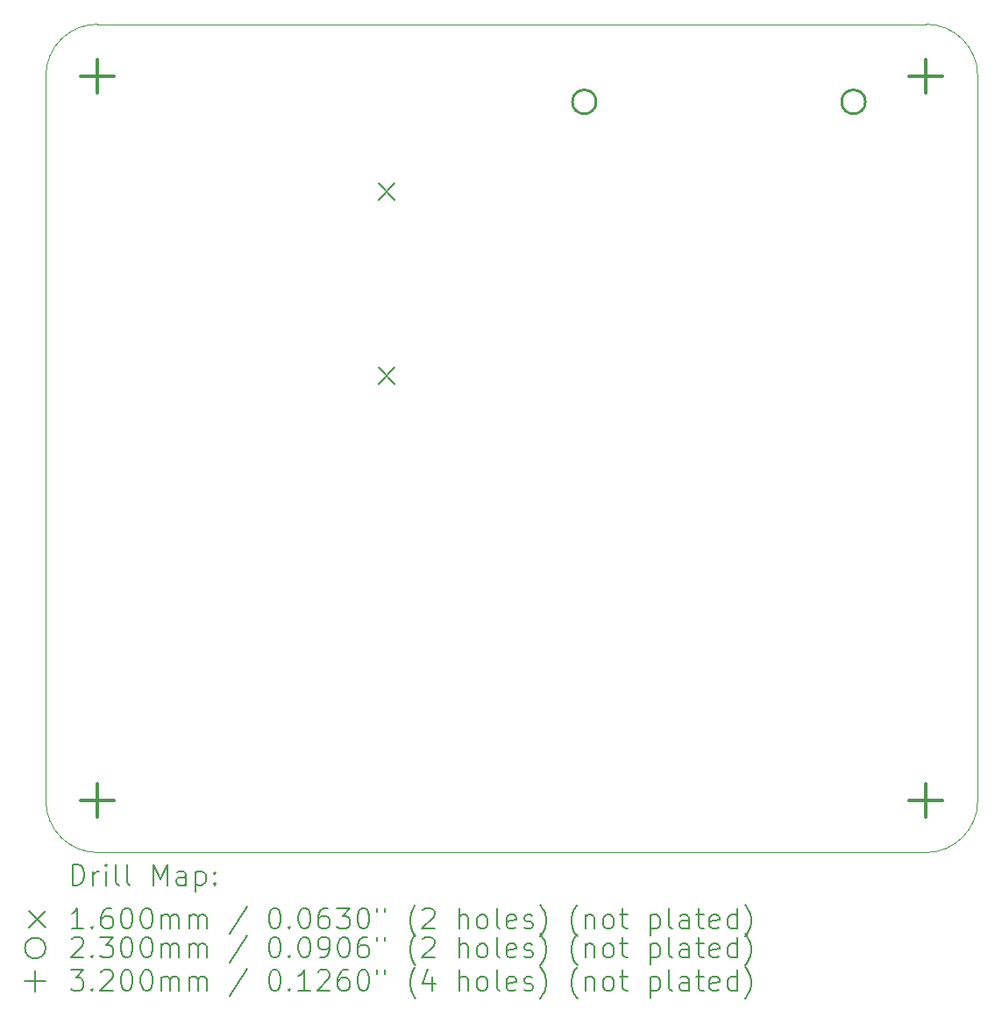
<source format=gbr>
%TF.GenerationSoftware,KiCad,Pcbnew,8.0.3*%
%TF.CreationDate,2024-11-10T15:02:50+09:00*%
%TF.ProjectId,PWM_isolation,50574d5f-6973-46f6-9c61-74696f6e2e6b,rev?*%
%TF.SameCoordinates,Original*%
%TF.FileFunction,Drillmap*%
%TF.FilePolarity,Positive*%
%FSLAX45Y45*%
G04 Gerber Fmt 4.5, Leading zero omitted, Abs format (unit mm)*
G04 Created by KiCad (PCBNEW 8.0.3) date 2024-11-10 15:02:50*
%MOMM*%
%LPD*%
G01*
G04 APERTURE LIST*
%ADD10C,0.050000*%
%ADD11C,0.200000*%
%ADD12C,0.160000*%
%ADD13C,0.230000*%
%ADD14C,0.320000*%
G04 APERTURE END LIST*
D10*
X18500000Y-5000000D02*
G75*
G02*
X19000000Y-5500000I0J-500000D01*
G01*
X10000000Y-5500000D02*
G75*
G02*
X10500000Y-5000000I500000J0D01*
G01*
X18500000Y-5000000D02*
X10500000Y-5000000D01*
X19000000Y-12500000D02*
G75*
G02*
X18500000Y-13000000I-500000J0D01*
G01*
X10000000Y-5500000D02*
X10000000Y-12500000D01*
X10500000Y-13000000D02*
G75*
G02*
X10000000Y-12500000I0J500000D01*
G01*
X19000000Y-12500000D02*
X19000000Y-5500000D01*
X10500000Y-13000000D02*
X18500000Y-13000000D01*
D11*
D12*
X13210700Y-6538000D02*
X13370700Y-6698000D01*
X13370700Y-6538000D02*
X13210700Y-6698000D01*
X13210700Y-8318000D02*
X13370700Y-8478000D01*
X13370700Y-8318000D02*
X13210700Y-8478000D01*
D13*
X15315000Y-5750000D02*
G75*
G02*
X15085000Y-5750000I-115000J0D01*
G01*
X15085000Y-5750000D02*
G75*
G02*
X15315000Y-5750000I115000J0D01*
G01*
X17915000Y-5750000D02*
G75*
G02*
X17685000Y-5750000I-115000J0D01*
G01*
X17685000Y-5750000D02*
G75*
G02*
X17915000Y-5750000I115000J0D01*
G01*
D14*
X10500000Y-5340000D02*
X10500000Y-5660000D01*
X10340000Y-5500000D02*
X10660000Y-5500000D01*
X10500000Y-12340000D02*
X10500000Y-12660000D01*
X10340000Y-12500000D02*
X10660000Y-12500000D01*
X18500000Y-5340000D02*
X18500000Y-5660000D01*
X18340000Y-5500000D02*
X18660000Y-5500000D01*
X18500000Y-12340000D02*
X18500000Y-12660000D01*
X18340000Y-12500000D02*
X18660000Y-12500000D01*
D11*
X10258277Y-13313984D02*
X10258277Y-13113984D01*
X10258277Y-13113984D02*
X10305896Y-13113984D01*
X10305896Y-13113984D02*
X10334467Y-13123508D01*
X10334467Y-13123508D02*
X10353515Y-13142555D01*
X10353515Y-13142555D02*
X10363039Y-13161603D01*
X10363039Y-13161603D02*
X10372563Y-13199698D01*
X10372563Y-13199698D02*
X10372563Y-13228269D01*
X10372563Y-13228269D02*
X10363039Y-13266365D01*
X10363039Y-13266365D02*
X10353515Y-13285412D01*
X10353515Y-13285412D02*
X10334467Y-13304460D01*
X10334467Y-13304460D02*
X10305896Y-13313984D01*
X10305896Y-13313984D02*
X10258277Y-13313984D01*
X10458277Y-13313984D02*
X10458277Y-13180650D01*
X10458277Y-13218746D02*
X10467801Y-13199698D01*
X10467801Y-13199698D02*
X10477324Y-13190174D01*
X10477324Y-13190174D02*
X10496372Y-13180650D01*
X10496372Y-13180650D02*
X10515420Y-13180650D01*
X10582086Y-13313984D02*
X10582086Y-13180650D01*
X10582086Y-13113984D02*
X10572563Y-13123508D01*
X10572563Y-13123508D02*
X10582086Y-13133031D01*
X10582086Y-13133031D02*
X10591610Y-13123508D01*
X10591610Y-13123508D02*
X10582086Y-13113984D01*
X10582086Y-13113984D02*
X10582086Y-13133031D01*
X10705896Y-13313984D02*
X10686848Y-13304460D01*
X10686848Y-13304460D02*
X10677324Y-13285412D01*
X10677324Y-13285412D02*
X10677324Y-13113984D01*
X10810658Y-13313984D02*
X10791610Y-13304460D01*
X10791610Y-13304460D02*
X10782086Y-13285412D01*
X10782086Y-13285412D02*
X10782086Y-13113984D01*
X11039229Y-13313984D02*
X11039229Y-13113984D01*
X11039229Y-13113984D02*
X11105896Y-13256841D01*
X11105896Y-13256841D02*
X11172563Y-13113984D01*
X11172563Y-13113984D02*
X11172563Y-13313984D01*
X11353515Y-13313984D02*
X11353515Y-13209222D01*
X11353515Y-13209222D02*
X11343991Y-13190174D01*
X11343991Y-13190174D02*
X11324943Y-13180650D01*
X11324943Y-13180650D02*
X11286848Y-13180650D01*
X11286848Y-13180650D02*
X11267801Y-13190174D01*
X11353515Y-13304460D02*
X11334467Y-13313984D01*
X11334467Y-13313984D02*
X11286848Y-13313984D01*
X11286848Y-13313984D02*
X11267801Y-13304460D01*
X11267801Y-13304460D02*
X11258277Y-13285412D01*
X11258277Y-13285412D02*
X11258277Y-13266365D01*
X11258277Y-13266365D02*
X11267801Y-13247317D01*
X11267801Y-13247317D02*
X11286848Y-13237793D01*
X11286848Y-13237793D02*
X11334467Y-13237793D01*
X11334467Y-13237793D02*
X11353515Y-13228269D01*
X11448753Y-13180650D02*
X11448753Y-13380650D01*
X11448753Y-13190174D02*
X11467801Y-13180650D01*
X11467801Y-13180650D02*
X11505896Y-13180650D01*
X11505896Y-13180650D02*
X11524943Y-13190174D01*
X11524943Y-13190174D02*
X11534467Y-13199698D01*
X11534467Y-13199698D02*
X11543991Y-13218746D01*
X11543991Y-13218746D02*
X11543991Y-13275888D01*
X11543991Y-13275888D02*
X11534467Y-13294936D01*
X11534467Y-13294936D02*
X11524943Y-13304460D01*
X11524943Y-13304460D02*
X11505896Y-13313984D01*
X11505896Y-13313984D02*
X11467801Y-13313984D01*
X11467801Y-13313984D02*
X11448753Y-13304460D01*
X11629705Y-13294936D02*
X11639229Y-13304460D01*
X11639229Y-13304460D02*
X11629705Y-13313984D01*
X11629705Y-13313984D02*
X11620182Y-13304460D01*
X11620182Y-13304460D02*
X11629705Y-13294936D01*
X11629705Y-13294936D02*
X11629705Y-13313984D01*
X11629705Y-13190174D02*
X11639229Y-13199698D01*
X11639229Y-13199698D02*
X11629705Y-13209222D01*
X11629705Y-13209222D02*
X11620182Y-13199698D01*
X11620182Y-13199698D02*
X11629705Y-13190174D01*
X11629705Y-13190174D02*
X11629705Y-13209222D01*
D12*
X9837500Y-13562500D02*
X9997500Y-13722500D01*
X9997500Y-13562500D02*
X9837500Y-13722500D01*
D11*
X10363039Y-13733984D02*
X10248753Y-13733984D01*
X10305896Y-13733984D02*
X10305896Y-13533984D01*
X10305896Y-13533984D02*
X10286848Y-13562555D01*
X10286848Y-13562555D02*
X10267801Y-13581603D01*
X10267801Y-13581603D02*
X10248753Y-13591127D01*
X10448753Y-13714936D02*
X10458277Y-13724460D01*
X10458277Y-13724460D02*
X10448753Y-13733984D01*
X10448753Y-13733984D02*
X10439229Y-13724460D01*
X10439229Y-13724460D02*
X10448753Y-13714936D01*
X10448753Y-13714936D02*
X10448753Y-13733984D01*
X10629705Y-13533984D02*
X10591610Y-13533984D01*
X10591610Y-13533984D02*
X10572563Y-13543508D01*
X10572563Y-13543508D02*
X10563039Y-13553031D01*
X10563039Y-13553031D02*
X10543991Y-13581603D01*
X10543991Y-13581603D02*
X10534467Y-13619698D01*
X10534467Y-13619698D02*
X10534467Y-13695888D01*
X10534467Y-13695888D02*
X10543991Y-13714936D01*
X10543991Y-13714936D02*
X10553515Y-13724460D01*
X10553515Y-13724460D02*
X10572563Y-13733984D01*
X10572563Y-13733984D02*
X10610658Y-13733984D01*
X10610658Y-13733984D02*
X10629705Y-13724460D01*
X10629705Y-13724460D02*
X10639229Y-13714936D01*
X10639229Y-13714936D02*
X10648753Y-13695888D01*
X10648753Y-13695888D02*
X10648753Y-13648269D01*
X10648753Y-13648269D02*
X10639229Y-13629222D01*
X10639229Y-13629222D02*
X10629705Y-13619698D01*
X10629705Y-13619698D02*
X10610658Y-13610174D01*
X10610658Y-13610174D02*
X10572563Y-13610174D01*
X10572563Y-13610174D02*
X10553515Y-13619698D01*
X10553515Y-13619698D02*
X10543991Y-13629222D01*
X10543991Y-13629222D02*
X10534467Y-13648269D01*
X10772563Y-13533984D02*
X10791610Y-13533984D01*
X10791610Y-13533984D02*
X10810658Y-13543508D01*
X10810658Y-13543508D02*
X10820182Y-13553031D01*
X10820182Y-13553031D02*
X10829705Y-13572079D01*
X10829705Y-13572079D02*
X10839229Y-13610174D01*
X10839229Y-13610174D02*
X10839229Y-13657793D01*
X10839229Y-13657793D02*
X10829705Y-13695888D01*
X10829705Y-13695888D02*
X10820182Y-13714936D01*
X10820182Y-13714936D02*
X10810658Y-13724460D01*
X10810658Y-13724460D02*
X10791610Y-13733984D01*
X10791610Y-13733984D02*
X10772563Y-13733984D01*
X10772563Y-13733984D02*
X10753515Y-13724460D01*
X10753515Y-13724460D02*
X10743991Y-13714936D01*
X10743991Y-13714936D02*
X10734467Y-13695888D01*
X10734467Y-13695888D02*
X10724944Y-13657793D01*
X10724944Y-13657793D02*
X10724944Y-13610174D01*
X10724944Y-13610174D02*
X10734467Y-13572079D01*
X10734467Y-13572079D02*
X10743991Y-13553031D01*
X10743991Y-13553031D02*
X10753515Y-13543508D01*
X10753515Y-13543508D02*
X10772563Y-13533984D01*
X10963039Y-13533984D02*
X10982086Y-13533984D01*
X10982086Y-13533984D02*
X11001134Y-13543508D01*
X11001134Y-13543508D02*
X11010658Y-13553031D01*
X11010658Y-13553031D02*
X11020182Y-13572079D01*
X11020182Y-13572079D02*
X11029705Y-13610174D01*
X11029705Y-13610174D02*
X11029705Y-13657793D01*
X11029705Y-13657793D02*
X11020182Y-13695888D01*
X11020182Y-13695888D02*
X11010658Y-13714936D01*
X11010658Y-13714936D02*
X11001134Y-13724460D01*
X11001134Y-13724460D02*
X10982086Y-13733984D01*
X10982086Y-13733984D02*
X10963039Y-13733984D01*
X10963039Y-13733984D02*
X10943991Y-13724460D01*
X10943991Y-13724460D02*
X10934467Y-13714936D01*
X10934467Y-13714936D02*
X10924944Y-13695888D01*
X10924944Y-13695888D02*
X10915420Y-13657793D01*
X10915420Y-13657793D02*
X10915420Y-13610174D01*
X10915420Y-13610174D02*
X10924944Y-13572079D01*
X10924944Y-13572079D02*
X10934467Y-13553031D01*
X10934467Y-13553031D02*
X10943991Y-13543508D01*
X10943991Y-13543508D02*
X10963039Y-13533984D01*
X11115420Y-13733984D02*
X11115420Y-13600650D01*
X11115420Y-13619698D02*
X11124944Y-13610174D01*
X11124944Y-13610174D02*
X11143991Y-13600650D01*
X11143991Y-13600650D02*
X11172563Y-13600650D01*
X11172563Y-13600650D02*
X11191610Y-13610174D01*
X11191610Y-13610174D02*
X11201134Y-13629222D01*
X11201134Y-13629222D02*
X11201134Y-13733984D01*
X11201134Y-13629222D02*
X11210658Y-13610174D01*
X11210658Y-13610174D02*
X11229705Y-13600650D01*
X11229705Y-13600650D02*
X11258277Y-13600650D01*
X11258277Y-13600650D02*
X11277324Y-13610174D01*
X11277324Y-13610174D02*
X11286848Y-13629222D01*
X11286848Y-13629222D02*
X11286848Y-13733984D01*
X11382086Y-13733984D02*
X11382086Y-13600650D01*
X11382086Y-13619698D02*
X11391610Y-13610174D01*
X11391610Y-13610174D02*
X11410658Y-13600650D01*
X11410658Y-13600650D02*
X11439229Y-13600650D01*
X11439229Y-13600650D02*
X11458277Y-13610174D01*
X11458277Y-13610174D02*
X11467801Y-13629222D01*
X11467801Y-13629222D02*
X11467801Y-13733984D01*
X11467801Y-13629222D02*
X11477324Y-13610174D01*
X11477324Y-13610174D02*
X11496372Y-13600650D01*
X11496372Y-13600650D02*
X11524943Y-13600650D01*
X11524943Y-13600650D02*
X11543991Y-13610174D01*
X11543991Y-13610174D02*
X11553515Y-13629222D01*
X11553515Y-13629222D02*
X11553515Y-13733984D01*
X11943991Y-13524460D02*
X11772563Y-13781603D01*
X12201134Y-13533984D02*
X12220182Y-13533984D01*
X12220182Y-13533984D02*
X12239229Y-13543508D01*
X12239229Y-13543508D02*
X12248753Y-13553031D01*
X12248753Y-13553031D02*
X12258277Y-13572079D01*
X12258277Y-13572079D02*
X12267801Y-13610174D01*
X12267801Y-13610174D02*
X12267801Y-13657793D01*
X12267801Y-13657793D02*
X12258277Y-13695888D01*
X12258277Y-13695888D02*
X12248753Y-13714936D01*
X12248753Y-13714936D02*
X12239229Y-13724460D01*
X12239229Y-13724460D02*
X12220182Y-13733984D01*
X12220182Y-13733984D02*
X12201134Y-13733984D01*
X12201134Y-13733984D02*
X12182086Y-13724460D01*
X12182086Y-13724460D02*
X12172563Y-13714936D01*
X12172563Y-13714936D02*
X12163039Y-13695888D01*
X12163039Y-13695888D02*
X12153515Y-13657793D01*
X12153515Y-13657793D02*
X12153515Y-13610174D01*
X12153515Y-13610174D02*
X12163039Y-13572079D01*
X12163039Y-13572079D02*
X12172563Y-13553031D01*
X12172563Y-13553031D02*
X12182086Y-13543508D01*
X12182086Y-13543508D02*
X12201134Y-13533984D01*
X12353515Y-13714936D02*
X12363039Y-13724460D01*
X12363039Y-13724460D02*
X12353515Y-13733984D01*
X12353515Y-13733984D02*
X12343991Y-13724460D01*
X12343991Y-13724460D02*
X12353515Y-13714936D01*
X12353515Y-13714936D02*
X12353515Y-13733984D01*
X12486848Y-13533984D02*
X12505896Y-13533984D01*
X12505896Y-13533984D02*
X12524944Y-13543508D01*
X12524944Y-13543508D02*
X12534467Y-13553031D01*
X12534467Y-13553031D02*
X12543991Y-13572079D01*
X12543991Y-13572079D02*
X12553515Y-13610174D01*
X12553515Y-13610174D02*
X12553515Y-13657793D01*
X12553515Y-13657793D02*
X12543991Y-13695888D01*
X12543991Y-13695888D02*
X12534467Y-13714936D01*
X12534467Y-13714936D02*
X12524944Y-13724460D01*
X12524944Y-13724460D02*
X12505896Y-13733984D01*
X12505896Y-13733984D02*
X12486848Y-13733984D01*
X12486848Y-13733984D02*
X12467801Y-13724460D01*
X12467801Y-13724460D02*
X12458277Y-13714936D01*
X12458277Y-13714936D02*
X12448753Y-13695888D01*
X12448753Y-13695888D02*
X12439229Y-13657793D01*
X12439229Y-13657793D02*
X12439229Y-13610174D01*
X12439229Y-13610174D02*
X12448753Y-13572079D01*
X12448753Y-13572079D02*
X12458277Y-13553031D01*
X12458277Y-13553031D02*
X12467801Y-13543508D01*
X12467801Y-13543508D02*
X12486848Y-13533984D01*
X12724944Y-13533984D02*
X12686848Y-13533984D01*
X12686848Y-13533984D02*
X12667801Y-13543508D01*
X12667801Y-13543508D02*
X12658277Y-13553031D01*
X12658277Y-13553031D02*
X12639229Y-13581603D01*
X12639229Y-13581603D02*
X12629706Y-13619698D01*
X12629706Y-13619698D02*
X12629706Y-13695888D01*
X12629706Y-13695888D02*
X12639229Y-13714936D01*
X12639229Y-13714936D02*
X12648753Y-13724460D01*
X12648753Y-13724460D02*
X12667801Y-13733984D01*
X12667801Y-13733984D02*
X12705896Y-13733984D01*
X12705896Y-13733984D02*
X12724944Y-13724460D01*
X12724944Y-13724460D02*
X12734467Y-13714936D01*
X12734467Y-13714936D02*
X12743991Y-13695888D01*
X12743991Y-13695888D02*
X12743991Y-13648269D01*
X12743991Y-13648269D02*
X12734467Y-13629222D01*
X12734467Y-13629222D02*
X12724944Y-13619698D01*
X12724944Y-13619698D02*
X12705896Y-13610174D01*
X12705896Y-13610174D02*
X12667801Y-13610174D01*
X12667801Y-13610174D02*
X12648753Y-13619698D01*
X12648753Y-13619698D02*
X12639229Y-13629222D01*
X12639229Y-13629222D02*
X12629706Y-13648269D01*
X12810658Y-13533984D02*
X12934467Y-13533984D01*
X12934467Y-13533984D02*
X12867801Y-13610174D01*
X12867801Y-13610174D02*
X12896372Y-13610174D01*
X12896372Y-13610174D02*
X12915420Y-13619698D01*
X12915420Y-13619698D02*
X12924944Y-13629222D01*
X12924944Y-13629222D02*
X12934467Y-13648269D01*
X12934467Y-13648269D02*
X12934467Y-13695888D01*
X12934467Y-13695888D02*
X12924944Y-13714936D01*
X12924944Y-13714936D02*
X12915420Y-13724460D01*
X12915420Y-13724460D02*
X12896372Y-13733984D01*
X12896372Y-13733984D02*
X12839229Y-13733984D01*
X12839229Y-13733984D02*
X12820182Y-13724460D01*
X12820182Y-13724460D02*
X12810658Y-13714936D01*
X13058277Y-13533984D02*
X13077325Y-13533984D01*
X13077325Y-13533984D02*
X13096372Y-13543508D01*
X13096372Y-13543508D02*
X13105896Y-13553031D01*
X13105896Y-13553031D02*
X13115420Y-13572079D01*
X13115420Y-13572079D02*
X13124944Y-13610174D01*
X13124944Y-13610174D02*
X13124944Y-13657793D01*
X13124944Y-13657793D02*
X13115420Y-13695888D01*
X13115420Y-13695888D02*
X13105896Y-13714936D01*
X13105896Y-13714936D02*
X13096372Y-13724460D01*
X13096372Y-13724460D02*
X13077325Y-13733984D01*
X13077325Y-13733984D02*
X13058277Y-13733984D01*
X13058277Y-13733984D02*
X13039229Y-13724460D01*
X13039229Y-13724460D02*
X13029706Y-13714936D01*
X13029706Y-13714936D02*
X13020182Y-13695888D01*
X13020182Y-13695888D02*
X13010658Y-13657793D01*
X13010658Y-13657793D02*
X13010658Y-13610174D01*
X13010658Y-13610174D02*
X13020182Y-13572079D01*
X13020182Y-13572079D02*
X13029706Y-13553031D01*
X13029706Y-13553031D02*
X13039229Y-13543508D01*
X13039229Y-13543508D02*
X13058277Y-13533984D01*
X13201134Y-13533984D02*
X13201134Y-13572079D01*
X13277325Y-13533984D02*
X13277325Y-13572079D01*
X13572563Y-13810174D02*
X13563039Y-13800650D01*
X13563039Y-13800650D02*
X13543991Y-13772079D01*
X13543991Y-13772079D02*
X13534468Y-13753031D01*
X13534468Y-13753031D02*
X13524944Y-13724460D01*
X13524944Y-13724460D02*
X13515420Y-13676841D01*
X13515420Y-13676841D02*
X13515420Y-13638746D01*
X13515420Y-13638746D02*
X13524944Y-13591127D01*
X13524944Y-13591127D02*
X13534468Y-13562555D01*
X13534468Y-13562555D02*
X13543991Y-13543508D01*
X13543991Y-13543508D02*
X13563039Y-13514936D01*
X13563039Y-13514936D02*
X13572563Y-13505412D01*
X13639229Y-13553031D02*
X13648753Y-13543508D01*
X13648753Y-13543508D02*
X13667801Y-13533984D01*
X13667801Y-13533984D02*
X13715420Y-13533984D01*
X13715420Y-13533984D02*
X13734468Y-13543508D01*
X13734468Y-13543508D02*
X13743991Y-13553031D01*
X13743991Y-13553031D02*
X13753515Y-13572079D01*
X13753515Y-13572079D02*
X13753515Y-13591127D01*
X13753515Y-13591127D02*
X13743991Y-13619698D01*
X13743991Y-13619698D02*
X13629706Y-13733984D01*
X13629706Y-13733984D02*
X13753515Y-13733984D01*
X13991610Y-13733984D02*
X13991610Y-13533984D01*
X14077325Y-13733984D02*
X14077325Y-13629222D01*
X14077325Y-13629222D02*
X14067801Y-13610174D01*
X14067801Y-13610174D02*
X14048753Y-13600650D01*
X14048753Y-13600650D02*
X14020182Y-13600650D01*
X14020182Y-13600650D02*
X14001134Y-13610174D01*
X14001134Y-13610174D02*
X13991610Y-13619698D01*
X14201134Y-13733984D02*
X14182087Y-13724460D01*
X14182087Y-13724460D02*
X14172563Y-13714936D01*
X14172563Y-13714936D02*
X14163039Y-13695888D01*
X14163039Y-13695888D02*
X14163039Y-13638746D01*
X14163039Y-13638746D02*
X14172563Y-13619698D01*
X14172563Y-13619698D02*
X14182087Y-13610174D01*
X14182087Y-13610174D02*
X14201134Y-13600650D01*
X14201134Y-13600650D02*
X14229706Y-13600650D01*
X14229706Y-13600650D02*
X14248753Y-13610174D01*
X14248753Y-13610174D02*
X14258277Y-13619698D01*
X14258277Y-13619698D02*
X14267801Y-13638746D01*
X14267801Y-13638746D02*
X14267801Y-13695888D01*
X14267801Y-13695888D02*
X14258277Y-13714936D01*
X14258277Y-13714936D02*
X14248753Y-13724460D01*
X14248753Y-13724460D02*
X14229706Y-13733984D01*
X14229706Y-13733984D02*
X14201134Y-13733984D01*
X14382087Y-13733984D02*
X14363039Y-13724460D01*
X14363039Y-13724460D02*
X14353515Y-13705412D01*
X14353515Y-13705412D02*
X14353515Y-13533984D01*
X14534468Y-13724460D02*
X14515420Y-13733984D01*
X14515420Y-13733984D02*
X14477325Y-13733984D01*
X14477325Y-13733984D02*
X14458277Y-13724460D01*
X14458277Y-13724460D02*
X14448753Y-13705412D01*
X14448753Y-13705412D02*
X14448753Y-13629222D01*
X14448753Y-13629222D02*
X14458277Y-13610174D01*
X14458277Y-13610174D02*
X14477325Y-13600650D01*
X14477325Y-13600650D02*
X14515420Y-13600650D01*
X14515420Y-13600650D02*
X14534468Y-13610174D01*
X14534468Y-13610174D02*
X14543991Y-13629222D01*
X14543991Y-13629222D02*
X14543991Y-13648269D01*
X14543991Y-13648269D02*
X14448753Y-13667317D01*
X14620182Y-13724460D02*
X14639230Y-13733984D01*
X14639230Y-13733984D02*
X14677325Y-13733984D01*
X14677325Y-13733984D02*
X14696372Y-13724460D01*
X14696372Y-13724460D02*
X14705896Y-13705412D01*
X14705896Y-13705412D02*
X14705896Y-13695888D01*
X14705896Y-13695888D02*
X14696372Y-13676841D01*
X14696372Y-13676841D02*
X14677325Y-13667317D01*
X14677325Y-13667317D02*
X14648753Y-13667317D01*
X14648753Y-13667317D02*
X14629706Y-13657793D01*
X14629706Y-13657793D02*
X14620182Y-13638746D01*
X14620182Y-13638746D02*
X14620182Y-13629222D01*
X14620182Y-13629222D02*
X14629706Y-13610174D01*
X14629706Y-13610174D02*
X14648753Y-13600650D01*
X14648753Y-13600650D02*
X14677325Y-13600650D01*
X14677325Y-13600650D02*
X14696372Y-13610174D01*
X14772563Y-13810174D02*
X14782087Y-13800650D01*
X14782087Y-13800650D02*
X14801134Y-13772079D01*
X14801134Y-13772079D02*
X14810658Y-13753031D01*
X14810658Y-13753031D02*
X14820182Y-13724460D01*
X14820182Y-13724460D02*
X14829706Y-13676841D01*
X14829706Y-13676841D02*
X14829706Y-13638746D01*
X14829706Y-13638746D02*
X14820182Y-13591127D01*
X14820182Y-13591127D02*
X14810658Y-13562555D01*
X14810658Y-13562555D02*
X14801134Y-13543508D01*
X14801134Y-13543508D02*
X14782087Y-13514936D01*
X14782087Y-13514936D02*
X14772563Y-13505412D01*
X15134468Y-13810174D02*
X15124944Y-13800650D01*
X15124944Y-13800650D02*
X15105896Y-13772079D01*
X15105896Y-13772079D02*
X15096372Y-13753031D01*
X15096372Y-13753031D02*
X15086849Y-13724460D01*
X15086849Y-13724460D02*
X15077325Y-13676841D01*
X15077325Y-13676841D02*
X15077325Y-13638746D01*
X15077325Y-13638746D02*
X15086849Y-13591127D01*
X15086849Y-13591127D02*
X15096372Y-13562555D01*
X15096372Y-13562555D02*
X15105896Y-13543508D01*
X15105896Y-13543508D02*
X15124944Y-13514936D01*
X15124944Y-13514936D02*
X15134468Y-13505412D01*
X15210658Y-13600650D02*
X15210658Y-13733984D01*
X15210658Y-13619698D02*
X15220182Y-13610174D01*
X15220182Y-13610174D02*
X15239230Y-13600650D01*
X15239230Y-13600650D02*
X15267801Y-13600650D01*
X15267801Y-13600650D02*
X15286849Y-13610174D01*
X15286849Y-13610174D02*
X15296372Y-13629222D01*
X15296372Y-13629222D02*
X15296372Y-13733984D01*
X15420182Y-13733984D02*
X15401134Y-13724460D01*
X15401134Y-13724460D02*
X15391611Y-13714936D01*
X15391611Y-13714936D02*
X15382087Y-13695888D01*
X15382087Y-13695888D02*
X15382087Y-13638746D01*
X15382087Y-13638746D02*
X15391611Y-13619698D01*
X15391611Y-13619698D02*
X15401134Y-13610174D01*
X15401134Y-13610174D02*
X15420182Y-13600650D01*
X15420182Y-13600650D02*
X15448753Y-13600650D01*
X15448753Y-13600650D02*
X15467801Y-13610174D01*
X15467801Y-13610174D02*
X15477325Y-13619698D01*
X15477325Y-13619698D02*
X15486849Y-13638746D01*
X15486849Y-13638746D02*
X15486849Y-13695888D01*
X15486849Y-13695888D02*
X15477325Y-13714936D01*
X15477325Y-13714936D02*
X15467801Y-13724460D01*
X15467801Y-13724460D02*
X15448753Y-13733984D01*
X15448753Y-13733984D02*
X15420182Y-13733984D01*
X15543992Y-13600650D02*
X15620182Y-13600650D01*
X15572563Y-13533984D02*
X15572563Y-13705412D01*
X15572563Y-13705412D02*
X15582087Y-13724460D01*
X15582087Y-13724460D02*
X15601134Y-13733984D01*
X15601134Y-13733984D02*
X15620182Y-13733984D01*
X15839230Y-13600650D02*
X15839230Y-13800650D01*
X15839230Y-13610174D02*
X15858277Y-13600650D01*
X15858277Y-13600650D02*
X15896373Y-13600650D01*
X15896373Y-13600650D02*
X15915420Y-13610174D01*
X15915420Y-13610174D02*
X15924944Y-13619698D01*
X15924944Y-13619698D02*
X15934468Y-13638746D01*
X15934468Y-13638746D02*
X15934468Y-13695888D01*
X15934468Y-13695888D02*
X15924944Y-13714936D01*
X15924944Y-13714936D02*
X15915420Y-13724460D01*
X15915420Y-13724460D02*
X15896373Y-13733984D01*
X15896373Y-13733984D02*
X15858277Y-13733984D01*
X15858277Y-13733984D02*
X15839230Y-13724460D01*
X16048753Y-13733984D02*
X16029706Y-13724460D01*
X16029706Y-13724460D02*
X16020182Y-13705412D01*
X16020182Y-13705412D02*
X16020182Y-13533984D01*
X16210658Y-13733984D02*
X16210658Y-13629222D01*
X16210658Y-13629222D02*
X16201134Y-13610174D01*
X16201134Y-13610174D02*
X16182087Y-13600650D01*
X16182087Y-13600650D02*
X16143992Y-13600650D01*
X16143992Y-13600650D02*
X16124944Y-13610174D01*
X16210658Y-13724460D02*
X16191611Y-13733984D01*
X16191611Y-13733984D02*
X16143992Y-13733984D01*
X16143992Y-13733984D02*
X16124944Y-13724460D01*
X16124944Y-13724460D02*
X16115420Y-13705412D01*
X16115420Y-13705412D02*
X16115420Y-13686365D01*
X16115420Y-13686365D02*
X16124944Y-13667317D01*
X16124944Y-13667317D02*
X16143992Y-13657793D01*
X16143992Y-13657793D02*
X16191611Y-13657793D01*
X16191611Y-13657793D02*
X16210658Y-13648269D01*
X16277325Y-13600650D02*
X16353515Y-13600650D01*
X16305896Y-13533984D02*
X16305896Y-13705412D01*
X16305896Y-13705412D02*
X16315420Y-13724460D01*
X16315420Y-13724460D02*
X16334468Y-13733984D01*
X16334468Y-13733984D02*
X16353515Y-13733984D01*
X16496373Y-13724460D02*
X16477325Y-13733984D01*
X16477325Y-13733984D02*
X16439230Y-13733984D01*
X16439230Y-13733984D02*
X16420182Y-13724460D01*
X16420182Y-13724460D02*
X16410658Y-13705412D01*
X16410658Y-13705412D02*
X16410658Y-13629222D01*
X16410658Y-13629222D02*
X16420182Y-13610174D01*
X16420182Y-13610174D02*
X16439230Y-13600650D01*
X16439230Y-13600650D02*
X16477325Y-13600650D01*
X16477325Y-13600650D02*
X16496373Y-13610174D01*
X16496373Y-13610174D02*
X16505896Y-13629222D01*
X16505896Y-13629222D02*
X16505896Y-13648269D01*
X16505896Y-13648269D02*
X16410658Y-13667317D01*
X16677325Y-13733984D02*
X16677325Y-13533984D01*
X16677325Y-13724460D02*
X16658277Y-13733984D01*
X16658277Y-13733984D02*
X16620182Y-13733984D01*
X16620182Y-13733984D02*
X16601134Y-13724460D01*
X16601134Y-13724460D02*
X16591611Y-13714936D01*
X16591611Y-13714936D02*
X16582087Y-13695888D01*
X16582087Y-13695888D02*
X16582087Y-13638746D01*
X16582087Y-13638746D02*
X16591611Y-13619698D01*
X16591611Y-13619698D02*
X16601134Y-13610174D01*
X16601134Y-13610174D02*
X16620182Y-13600650D01*
X16620182Y-13600650D02*
X16658277Y-13600650D01*
X16658277Y-13600650D02*
X16677325Y-13610174D01*
X16753515Y-13810174D02*
X16763039Y-13800650D01*
X16763039Y-13800650D02*
X16782087Y-13772079D01*
X16782087Y-13772079D02*
X16791611Y-13753031D01*
X16791611Y-13753031D02*
X16801135Y-13724460D01*
X16801135Y-13724460D02*
X16810658Y-13676841D01*
X16810658Y-13676841D02*
X16810658Y-13638746D01*
X16810658Y-13638746D02*
X16801135Y-13591127D01*
X16801135Y-13591127D02*
X16791611Y-13562555D01*
X16791611Y-13562555D02*
X16782087Y-13543508D01*
X16782087Y-13543508D02*
X16763039Y-13514936D01*
X16763039Y-13514936D02*
X16753515Y-13505412D01*
X9997500Y-13922500D02*
G75*
G02*
X9797500Y-13922500I-100000J0D01*
G01*
X9797500Y-13922500D02*
G75*
G02*
X9997500Y-13922500I100000J0D01*
G01*
X10248753Y-13833031D02*
X10258277Y-13823508D01*
X10258277Y-13823508D02*
X10277324Y-13813984D01*
X10277324Y-13813984D02*
X10324944Y-13813984D01*
X10324944Y-13813984D02*
X10343991Y-13823508D01*
X10343991Y-13823508D02*
X10353515Y-13833031D01*
X10353515Y-13833031D02*
X10363039Y-13852079D01*
X10363039Y-13852079D02*
X10363039Y-13871127D01*
X10363039Y-13871127D02*
X10353515Y-13899698D01*
X10353515Y-13899698D02*
X10239229Y-14013984D01*
X10239229Y-14013984D02*
X10363039Y-14013984D01*
X10448753Y-13994936D02*
X10458277Y-14004460D01*
X10458277Y-14004460D02*
X10448753Y-14013984D01*
X10448753Y-14013984D02*
X10439229Y-14004460D01*
X10439229Y-14004460D02*
X10448753Y-13994936D01*
X10448753Y-13994936D02*
X10448753Y-14013984D01*
X10524944Y-13813984D02*
X10648753Y-13813984D01*
X10648753Y-13813984D02*
X10582086Y-13890174D01*
X10582086Y-13890174D02*
X10610658Y-13890174D01*
X10610658Y-13890174D02*
X10629705Y-13899698D01*
X10629705Y-13899698D02*
X10639229Y-13909222D01*
X10639229Y-13909222D02*
X10648753Y-13928269D01*
X10648753Y-13928269D02*
X10648753Y-13975888D01*
X10648753Y-13975888D02*
X10639229Y-13994936D01*
X10639229Y-13994936D02*
X10629705Y-14004460D01*
X10629705Y-14004460D02*
X10610658Y-14013984D01*
X10610658Y-14013984D02*
X10553515Y-14013984D01*
X10553515Y-14013984D02*
X10534467Y-14004460D01*
X10534467Y-14004460D02*
X10524944Y-13994936D01*
X10772563Y-13813984D02*
X10791610Y-13813984D01*
X10791610Y-13813984D02*
X10810658Y-13823508D01*
X10810658Y-13823508D02*
X10820182Y-13833031D01*
X10820182Y-13833031D02*
X10829705Y-13852079D01*
X10829705Y-13852079D02*
X10839229Y-13890174D01*
X10839229Y-13890174D02*
X10839229Y-13937793D01*
X10839229Y-13937793D02*
X10829705Y-13975888D01*
X10829705Y-13975888D02*
X10820182Y-13994936D01*
X10820182Y-13994936D02*
X10810658Y-14004460D01*
X10810658Y-14004460D02*
X10791610Y-14013984D01*
X10791610Y-14013984D02*
X10772563Y-14013984D01*
X10772563Y-14013984D02*
X10753515Y-14004460D01*
X10753515Y-14004460D02*
X10743991Y-13994936D01*
X10743991Y-13994936D02*
X10734467Y-13975888D01*
X10734467Y-13975888D02*
X10724944Y-13937793D01*
X10724944Y-13937793D02*
X10724944Y-13890174D01*
X10724944Y-13890174D02*
X10734467Y-13852079D01*
X10734467Y-13852079D02*
X10743991Y-13833031D01*
X10743991Y-13833031D02*
X10753515Y-13823508D01*
X10753515Y-13823508D02*
X10772563Y-13813984D01*
X10963039Y-13813984D02*
X10982086Y-13813984D01*
X10982086Y-13813984D02*
X11001134Y-13823508D01*
X11001134Y-13823508D02*
X11010658Y-13833031D01*
X11010658Y-13833031D02*
X11020182Y-13852079D01*
X11020182Y-13852079D02*
X11029705Y-13890174D01*
X11029705Y-13890174D02*
X11029705Y-13937793D01*
X11029705Y-13937793D02*
X11020182Y-13975888D01*
X11020182Y-13975888D02*
X11010658Y-13994936D01*
X11010658Y-13994936D02*
X11001134Y-14004460D01*
X11001134Y-14004460D02*
X10982086Y-14013984D01*
X10982086Y-14013984D02*
X10963039Y-14013984D01*
X10963039Y-14013984D02*
X10943991Y-14004460D01*
X10943991Y-14004460D02*
X10934467Y-13994936D01*
X10934467Y-13994936D02*
X10924944Y-13975888D01*
X10924944Y-13975888D02*
X10915420Y-13937793D01*
X10915420Y-13937793D02*
X10915420Y-13890174D01*
X10915420Y-13890174D02*
X10924944Y-13852079D01*
X10924944Y-13852079D02*
X10934467Y-13833031D01*
X10934467Y-13833031D02*
X10943991Y-13823508D01*
X10943991Y-13823508D02*
X10963039Y-13813984D01*
X11115420Y-14013984D02*
X11115420Y-13880650D01*
X11115420Y-13899698D02*
X11124944Y-13890174D01*
X11124944Y-13890174D02*
X11143991Y-13880650D01*
X11143991Y-13880650D02*
X11172563Y-13880650D01*
X11172563Y-13880650D02*
X11191610Y-13890174D01*
X11191610Y-13890174D02*
X11201134Y-13909222D01*
X11201134Y-13909222D02*
X11201134Y-14013984D01*
X11201134Y-13909222D02*
X11210658Y-13890174D01*
X11210658Y-13890174D02*
X11229705Y-13880650D01*
X11229705Y-13880650D02*
X11258277Y-13880650D01*
X11258277Y-13880650D02*
X11277324Y-13890174D01*
X11277324Y-13890174D02*
X11286848Y-13909222D01*
X11286848Y-13909222D02*
X11286848Y-14013984D01*
X11382086Y-14013984D02*
X11382086Y-13880650D01*
X11382086Y-13899698D02*
X11391610Y-13890174D01*
X11391610Y-13890174D02*
X11410658Y-13880650D01*
X11410658Y-13880650D02*
X11439229Y-13880650D01*
X11439229Y-13880650D02*
X11458277Y-13890174D01*
X11458277Y-13890174D02*
X11467801Y-13909222D01*
X11467801Y-13909222D02*
X11467801Y-14013984D01*
X11467801Y-13909222D02*
X11477324Y-13890174D01*
X11477324Y-13890174D02*
X11496372Y-13880650D01*
X11496372Y-13880650D02*
X11524943Y-13880650D01*
X11524943Y-13880650D02*
X11543991Y-13890174D01*
X11543991Y-13890174D02*
X11553515Y-13909222D01*
X11553515Y-13909222D02*
X11553515Y-14013984D01*
X11943991Y-13804460D02*
X11772563Y-14061603D01*
X12201134Y-13813984D02*
X12220182Y-13813984D01*
X12220182Y-13813984D02*
X12239229Y-13823508D01*
X12239229Y-13823508D02*
X12248753Y-13833031D01*
X12248753Y-13833031D02*
X12258277Y-13852079D01*
X12258277Y-13852079D02*
X12267801Y-13890174D01*
X12267801Y-13890174D02*
X12267801Y-13937793D01*
X12267801Y-13937793D02*
X12258277Y-13975888D01*
X12258277Y-13975888D02*
X12248753Y-13994936D01*
X12248753Y-13994936D02*
X12239229Y-14004460D01*
X12239229Y-14004460D02*
X12220182Y-14013984D01*
X12220182Y-14013984D02*
X12201134Y-14013984D01*
X12201134Y-14013984D02*
X12182086Y-14004460D01*
X12182086Y-14004460D02*
X12172563Y-13994936D01*
X12172563Y-13994936D02*
X12163039Y-13975888D01*
X12163039Y-13975888D02*
X12153515Y-13937793D01*
X12153515Y-13937793D02*
X12153515Y-13890174D01*
X12153515Y-13890174D02*
X12163039Y-13852079D01*
X12163039Y-13852079D02*
X12172563Y-13833031D01*
X12172563Y-13833031D02*
X12182086Y-13823508D01*
X12182086Y-13823508D02*
X12201134Y-13813984D01*
X12353515Y-13994936D02*
X12363039Y-14004460D01*
X12363039Y-14004460D02*
X12353515Y-14013984D01*
X12353515Y-14013984D02*
X12343991Y-14004460D01*
X12343991Y-14004460D02*
X12353515Y-13994936D01*
X12353515Y-13994936D02*
X12353515Y-14013984D01*
X12486848Y-13813984D02*
X12505896Y-13813984D01*
X12505896Y-13813984D02*
X12524944Y-13823508D01*
X12524944Y-13823508D02*
X12534467Y-13833031D01*
X12534467Y-13833031D02*
X12543991Y-13852079D01*
X12543991Y-13852079D02*
X12553515Y-13890174D01*
X12553515Y-13890174D02*
X12553515Y-13937793D01*
X12553515Y-13937793D02*
X12543991Y-13975888D01*
X12543991Y-13975888D02*
X12534467Y-13994936D01*
X12534467Y-13994936D02*
X12524944Y-14004460D01*
X12524944Y-14004460D02*
X12505896Y-14013984D01*
X12505896Y-14013984D02*
X12486848Y-14013984D01*
X12486848Y-14013984D02*
X12467801Y-14004460D01*
X12467801Y-14004460D02*
X12458277Y-13994936D01*
X12458277Y-13994936D02*
X12448753Y-13975888D01*
X12448753Y-13975888D02*
X12439229Y-13937793D01*
X12439229Y-13937793D02*
X12439229Y-13890174D01*
X12439229Y-13890174D02*
X12448753Y-13852079D01*
X12448753Y-13852079D02*
X12458277Y-13833031D01*
X12458277Y-13833031D02*
X12467801Y-13823508D01*
X12467801Y-13823508D02*
X12486848Y-13813984D01*
X12648753Y-14013984D02*
X12686848Y-14013984D01*
X12686848Y-14013984D02*
X12705896Y-14004460D01*
X12705896Y-14004460D02*
X12715420Y-13994936D01*
X12715420Y-13994936D02*
X12734467Y-13966365D01*
X12734467Y-13966365D02*
X12743991Y-13928269D01*
X12743991Y-13928269D02*
X12743991Y-13852079D01*
X12743991Y-13852079D02*
X12734467Y-13833031D01*
X12734467Y-13833031D02*
X12724944Y-13823508D01*
X12724944Y-13823508D02*
X12705896Y-13813984D01*
X12705896Y-13813984D02*
X12667801Y-13813984D01*
X12667801Y-13813984D02*
X12648753Y-13823508D01*
X12648753Y-13823508D02*
X12639229Y-13833031D01*
X12639229Y-13833031D02*
X12629706Y-13852079D01*
X12629706Y-13852079D02*
X12629706Y-13899698D01*
X12629706Y-13899698D02*
X12639229Y-13918746D01*
X12639229Y-13918746D02*
X12648753Y-13928269D01*
X12648753Y-13928269D02*
X12667801Y-13937793D01*
X12667801Y-13937793D02*
X12705896Y-13937793D01*
X12705896Y-13937793D02*
X12724944Y-13928269D01*
X12724944Y-13928269D02*
X12734467Y-13918746D01*
X12734467Y-13918746D02*
X12743991Y-13899698D01*
X12867801Y-13813984D02*
X12886848Y-13813984D01*
X12886848Y-13813984D02*
X12905896Y-13823508D01*
X12905896Y-13823508D02*
X12915420Y-13833031D01*
X12915420Y-13833031D02*
X12924944Y-13852079D01*
X12924944Y-13852079D02*
X12934467Y-13890174D01*
X12934467Y-13890174D02*
X12934467Y-13937793D01*
X12934467Y-13937793D02*
X12924944Y-13975888D01*
X12924944Y-13975888D02*
X12915420Y-13994936D01*
X12915420Y-13994936D02*
X12905896Y-14004460D01*
X12905896Y-14004460D02*
X12886848Y-14013984D01*
X12886848Y-14013984D02*
X12867801Y-14013984D01*
X12867801Y-14013984D02*
X12848753Y-14004460D01*
X12848753Y-14004460D02*
X12839229Y-13994936D01*
X12839229Y-13994936D02*
X12829706Y-13975888D01*
X12829706Y-13975888D02*
X12820182Y-13937793D01*
X12820182Y-13937793D02*
X12820182Y-13890174D01*
X12820182Y-13890174D02*
X12829706Y-13852079D01*
X12829706Y-13852079D02*
X12839229Y-13833031D01*
X12839229Y-13833031D02*
X12848753Y-13823508D01*
X12848753Y-13823508D02*
X12867801Y-13813984D01*
X13105896Y-13813984D02*
X13067801Y-13813984D01*
X13067801Y-13813984D02*
X13048753Y-13823508D01*
X13048753Y-13823508D02*
X13039229Y-13833031D01*
X13039229Y-13833031D02*
X13020182Y-13861603D01*
X13020182Y-13861603D02*
X13010658Y-13899698D01*
X13010658Y-13899698D02*
X13010658Y-13975888D01*
X13010658Y-13975888D02*
X13020182Y-13994936D01*
X13020182Y-13994936D02*
X13029706Y-14004460D01*
X13029706Y-14004460D02*
X13048753Y-14013984D01*
X13048753Y-14013984D02*
X13086848Y-14013984D01*
X13086848Y-14013984D02*
X13105896Y-14004460D01*
X13105896Y-14004460D02*
X13115420Y-13994936D01*
X13115420Y-13994936D02*
X13124944Y-13975888D01*
X13124944Y-13975888D02*
X13124944Y-13928269D01*
X13124944Y-13928269D02*
X13115420Y-13909222D01*
X13115420Y-13909222D02*
X13105896Y-13899698D01*
X13105896Y-13899698D02*
X13086848Y-13890174D01*
X13086848Y-13890174D02*
X13048753Y-13890174D01*
X13048753Y-13890174D02*
X13029706Y-13899698D01*
X13029706Y-13899698D02*
X13020182Y-13909222D01*
X13020182Y-13909222D02*
X13010658Y-13928269D01*
X13201134Y-13813984D02*
X13201134Y-13852079D01*
X13277325Y-13813984D02*
X13277325Y-13852079D01*
X13572563Y-14090174D02*
X13563039Y-14080650D01*
X13563039Y-14080650D02*
X13543991Y-14052079D01*
X13543991Y-14052079D02*
X13534468Y-14033031D01*
X13534468Y-14033031D02*
X13524944Y-14004460D01*
X13524944Y-14004460D02*
X13515420Y-13956841D01*
X13515420Y-13956841D02*
X13515420Y-13918746D01*
X13515420Y-13918746D02*
X13524944Y-13871127D01*
X13524944Y-13871127D02*
X13534468Y-13842555D01*
X13534468Y-13842555D02*
X13543991Y-13823508D01*
X13543991Y-13823508D02*
X13563039Y-13794936D01*
X13563039Y-13794936D02*
X13572563Y-13785412D01*
X13639229Y-13833031D02*
X13648753Y-13823508D01*
X13648753Y-13823508D02*
X13667801Y-13813984D01*
X13667801Y-13813984D02*
X13715420Y-13813984D01*
X13715420Y-13813984D02*
X13734468Y-13823508D01*
X13734468Y-13823508D02*
X13743991Y-13833031D01*
X13743991Y-13833031D02*
X13753515Y-13852079D01*
X13753515Y-13852079D02*
X13753515Y-13871127D01*
X13753515Y-13871127D02*
X13743991Y-13899698D01*
X13743991Y-13899698D02*
X13629706Y-14013984D01*
X13629706Y-14013984D02*
X13753515Y-14013984D01*
X13991610Y-14013984D02*
X13991610Y-13813984D01*
X14077325Y-14013984D02*
X14077325Y-13909222D01*
X14077325Y-13909222D02*
X14067801Y-13890174D01*
X14067801Y-13890174D02*
X14048753Y-13880650D01*
X14048753Y-13880650D02*
X14020182Y-13880650D01*
X14020182Y-13880650D02*
X14001134Y-13890174D01*
X14001134Y-13890174D02*
X13991610Y-13899698D01*
X14201134Y-14013984D02*
X14182087Y-14004460D01*
X14182087Y-14004460D02*
X14172563Y-13994936D01*
X14172563Y-13994936D02*
X14163039Y-13975888D01*
X14163039Y-13975888D02*
X14163039Y-13918746D01*
X14163039Y-13918746D02*
X14172563Y-13899698D01*
X14172563Y-13899698D02*
X14182087Y-13890174D01*
X14182087Y-13890174D02*
X14201134Y-13880650D01*
X14201134Y-13880650D02*
X14229706Y-13880650D01*
X14229706Y-13880650D02*
X14248753Y-13890174D01*
X14248753Y-13890174D02*
X14258277Y-13899698D01*
X14258277Y-13899698D02*
X14267801Y-13918746D01*
X14267801Y-13918746D02*
X14267801Y-13975888D01*
X14267801Y-13975888D02*
X14258277Y-13994936D01*
X14258277Y-13994936D02*
X14248753Y-14004460D01*
X14248753Y-14004460D02*
X14229706Y-14013984D01*
X14229706Y-14013984D02*
X14201134Y-14013984D01*
X14382087Y-14013984D02*
X14363039Y-14004460D01*
X14363039Y-14004460D02*
X14353515Y-13985412D01*
X14353515Y-13985412D02*
X14353515Y-13813984D01*
X14534468Y-14004460D02*
X14515420Y-14013984D01*
X14515420Y-14013984D02*
X14477325Y-14013984D01*
X14477325Y-14013984D02*
X14458277Y-14004460D01*
X14458277Y-14004460D02*
X14448753Y-13985412D01*
X14448753Y-13985412D02*
X14448753Y-13909222D01*
X14448753Y-13909222D02*
X14458277Y-13890174D01*
X14458277Y-13890174D02*
X14477325Y-13880650D01*
X14477325Y-13880650D02*
X14515420Y-13880650D01*
X14515420Y-13880650D02*
X14534468Y-13890174D01*
X14534468Y-13890174D02*
X14543991Y-13909222D01*
X14543991Y-13909222D02*
X14543991Y-13928269D01*
X14543991Y-13928269D02*
X14448753Y-13947317D01*
X14620182Y-14004460D02*
X14639230Y-14013984D01*
X14639230Y-14013984D02*
X14677325Y-14013984D01*
X14677325Y-14013984D02*
X14696372Y-14004460D01*
X14696372Y-14004460D02*
X14705896Y-13985412D01*
X14705896Y-13985412D02*
X14705896Y-13975888D01*
X14705896Y-13975888D02*
X14696372Y-13956841D01*
X14696372Y-13956841D02*
X14677325Y-13947317D01*
X14677325Y-13947317D02*
X14648753Y-13947317D01*
X14648753Y-13947317D02*
X14629706Y-13937793D01*
X14629706Y-13937793D02*
X14620182Y-13918746D01*
X14620182Y-13918746D02*
X14620182Y-13909222D01*
X14620182Y-13909222D02*
X14629706Y-13890174D01*
X14629706Y-13890174D02*
X14648753Y-13880650D01*
X14648753Y-13880650D02*
X14677325Y-13880650D01*
X14677325Y-13880650D02*
X14696372Y-13890174D01*
X14772563Y-14090174D02*
X14782087Y-14080650D01*
X14782087Y-14080650D02*
X14801134Y-14052079D01*
X14801134Y-14052079D02*
X14810658Y-14033031D01*
X14810658Y-14033031D02*
X14820182Y-14004460D01*
X14820182Y-14004460D02*
X14829706Y-13956841D01*
X14829706Y-13956841D02*
X14829706Y-13918746D01*
X14829706Y-13918746D02*
X14820182Y-13871127D01*
X14820182Y-13871127D02*
X14810658Y-13842555D01*
X14810658Y-13842555D02*
X14801134Y-13823508D01*
X14801134Y-13823508D02*
X14782087Y-13794936D01*
X14782087Y-13794936D02*
X14772563Y-13785412D01*
X15134468Y-14090174D02*
X15124944Y-14080650D01*
X15124944Y-14080650D02*
X15105896Y-14052079D01*
X15105896Y-14052079D02*
X15096372Y-14033031D01*
X15096372Y-14033031D02*
X15086849Y-14004460D01*
X15086849Y-14004460D02*
X15077325Y-13956841D01*
X15077325Y-13956841D02*
X15077325Y-13918746D01*
X15077325Y-13918746D02*
X15086849Y-13871127D01*
X15086849Y-13871127D02*
X15096372Y-13842555D01*
X15096372Y-13842555D02*
X15105896Y-13823508D01*
X15105896Y-13823508D02*
X15124944Y-13794936D01*
X15124944Y-13794936D02*
X15134468Y-13785412D01*
X15210658Y-13880650D02*
X15210658Y-14013984D01*
X15210658Y-13899698D02*
X15220182Y-13890174D01*
X15220182Y-13890174D02*
X15239230Y-13880650D01*
X15239230Y-13880650D02*
X15267801Y-13880650D01*
X15267801Y-13880650D02*
X15286849Y-13890174D01*
X15286849Y-13890174D02*
X15296372Y-13909222D01*
X15296372Y-13909222D02*
X15296372Y-14013984D01*
X15420182Y-14013984D02*
X15401134Y-14004460D01*
X15401134Y-14004460D02*
X15391611Y-13994936D01*
X15391611Y-13994936D02*
X15382087Y-13975888D01*
X15382087Y-13975888D02*
X15382087Y-13918746D01*
X15382087Y-13918746D02*
X15391611Y-13899698D01*
X15391611Y-13899698D02*
X15401134Y-13890174D01*
X15401134Y-13890174D02*
X15420182Y-13880650D01*
X15420182Y-13880650D02*
X15448753Y-13880650D01*
X15448753Y-13880650D02*
X15467801Y-13890174D01*
X15467801Y-13890174D02*
X15477325Y-13899698D01*
X15477325Y-13899698D02*
X15486849Y-13918746D01*
X15486849Y-13918746D02*
X15486849Y-13975888D01*
X15486849Y-13975888D02*
X15477325Y-13994936D01*
X15477325Y-13994936D02*
X15467801Y-14004460D01*
X15467801Y-14004460D02*
X15448753Y-14013984D01*
X15448753Y-14013984D02*
X15420182Y-14013984D01*
X15543992Y-13880650D02*
X15620182Y-13880650D01*
X15572563Y-13813984D02*
X15572563Y-13985412D01*
X15572563Y-13985412D02*
X15582087Y-14004460D01*
X15582087Y-14004460D02*
X15601134Y-14013984D01*
X15601134Y-14013984D02*
X15620182Y-14013984D01*
X15839230Y-13880650D02*
X15839230Y-14080650D01*
X15839230Y-13890174D02*
X15858277Y-13880650D01*
X15858277Y-13880650D02*
X15896373Y-13880650D01*
X15896373Y-13880650D02*
X15915420Y-13890174D01*
X15915420Y-13890174D02*
X15924944Y-13899698D01*
X15924944Y-13899698D02*
X15934468Y-13918746D01*
X15934468Y-13918746D02*
X15934468Y-13975888D01*
X15934468Y-13975888D02*
X15924944Y-13994936D01*
X15924944Y-13994936D02*
X15915420Y-14004460D01*
X15915420Y-14004460D02*
X15896373Y-14013984D01*
X15896373Y-14013984D02*
X15858277Y-14013984D01*
X15858277Y-14013984D02*
X15839230Y-14004460D01*
X16048753Y-14013984D02*
X16029706Y-14004460D01*
X16029706Y-14004460D02*
X16020182Y-13985412D01*
X16020182Y-13985412D02*
X16020182Y-13813984D01*
X16210658Y-14013984D02*
X16210658Y-13909222D01*
X16210658Y-13909222D02*
X16201134Y-13890174D01*
X16201134Y-13890174D02*
X16182087Y-13880650D01*
X16182087Y-13880650D02*
X16143992Y-13880650D01*
X16143992Y-13880650D02*
X16124944Y-13890174D01*
X16210658Y-14004460D02*
X16191611Y-14013984D01*
X16191611Y-14013984D02*
X16143992Y-14013984D01*
X16143992Y-14013984D02*
X16124944Y-14004460D01*
X16124944Y-14004460D02*
X16115420Y-13985412D01*
X16115420Y-13985412D02*
X16115420Y-13966365D01*
X16115420Y-13966365D02*
X16124944Y-13947317D01*
X16124944Y-13947317D02*
X16143992Y-13937793D01*
X16143992Y-13937793D02*
X16191611Y-13937793D01*
X16191611Y-13937793D02*
X16210658Y-13928269D01*
X16277325Y-13880650D02*
X16353515Y-13880650D01*
X16305896Y-13813984D02*
X16305896Y-13985412D01*
X16305896Y-13985412D02*
X16315420Y-14004460D01*
X16315420Y-14004460D02*
X16334468Y-14013984D01*
X16334468Y-14013984D02*
X16353515Y-14013984D01*
X16496373Y-14004460D02*
X16477325Y-14013984D01*
X16477325Y-14013984D02*
X16439230Y-14013984D01*
X16439230Y-14013984D02*
X16420182Y-14004460D01*
X16420182Y-14004460D02*
X16410658Y-13985412D01*
X16410658Y-13985412D02*
X16410658Y-13909222D01*
X16410658Y-13909222D02*
X16420182Y-13890174D01*
X16420182Y-13890174D02*
X16439230Y-13880650D01*
X16439230Y-13880650D02*
X16477325Y-13880650D01*
X16477325Y-13880650D02*
X16496373Y-13890174D01*
X16496373Y-13890174D02*
X16505896Y-13909222D01*
X16505896Y-13909222D02*
X16505896Y-13928269D01*
X16505896Y-13928269D02*
X16410658Y-13947317D01*
X16677325Y-14013984D02*
X16677325Y-13813984D01*
X16677325Y-14004460D02*
X16658277Y-14013984D01*
X16658277Y-14013984D02*
X16620182Y-14013984D01*
X16620182Y-14013984D02*
X16601134Y-14004460D01*
X16601134Y-14004460D02*
X16591611Y-13994936D01*
X16591611Y-13994936D02*
X16582087Y-13975888D01*
X16582087Y-13975888D02*
X16582087Y-13918746D01*
X16582087Y-13918746D02*
X16591611Y-13899698D01*
X16591611Y-13899698D02*
X16601134Y-13890174D01*
X16601134Y-13890174D02*
X16620182Y-13880650D01*
X16620182Y-13880650D02*
X16658277Y-13880650D01*
X16658277Y-13880650D02*
X16677325Y-13890174D01*
X16753515Y-14090174D02*
X16763039Y-14080650D01*
X16763039Y-14080650D02*
X16782087Y-14052079D01*
X16782087Y-14052079D02*
X16791611Y-14033031D01*
X16791611Y-14033031D02*
X16801135Y-14004460D01*
X16801135Y-14004460D02*
X16810658Y-13956841D01*
X16810658Y-13956841D02*
X16810658Y-13918746D01*
X16810658Y-13918746D02*
X16801135Y-13871127D01*
X16801135Y-13871127D02*
X16791611Y-13842555D01*
X16791611Y-13842555D02*
X16782087Y-13823508D01*
X16782087Y-13823508D02*
X16763039Y-13794936D01*
X16763039Y-13794936D02*
X16753515Y-13785412D01*
X9897500Y-14142500D02*
X9897500Y-14342500D01*
X9797500Y-14242500D02*
X9997500Y-14242500D01*
X10239229Y-14133984D02*
X10363039Y-14133984D01*
X10363039Y-14133984D02*
X10296372Y-14210174D01*
X10296372Y-14210174D02*
X10324944Y-14210174D01*
X10324944Y-14210174D02*
X10343991Y-14219698D01*
X10343991Y-14219698D02*
X10353515Y-14229222D01*
X10353515Y-14229222D02*
X10363039Y-14248269D01*
X10363039Y-14248269D02*
X10363039Y-14295888D01*
X10363039Y-14295888D02*
X10353515Y-14314936D01*
X10353515Y-14314936D02*
X10343991Y-14324460D01*
X10343991Y-14324460D02*
X10324944Y-14333984D01*
X10324944Y-14333984D02*
X10267801Y-14333984D01*
X10267801Y-14333984D02*
X10248753Y-14324460D01*
X10248753Y-14324460D02*
X10239229Y-14314936D01*
X10448753Y-14314936D02*
X10458277Y-14324460D01*
X10458277Y-14324460D02*
X10448753Y-14333984D01*
X10448753Y-14333984D02*
X10439229Y-14324460D01*
X10439229Y-14324460D02*
X10448753Y-14314936D01*
X10448753Y-14314936D02*
X10448753Y-14333984D01*
X10534467Y-14153031D02*
X10543991Y-14143508D01*
X10543991Y-14143508D02*
X10563039Y-14133984D01*
X10563039Y-14133984D02*
X10610658Y-14133984D01*
X10610658Y-14133984D02*
X10629705Y-14143508D01*
X10629705Y-14143508D02*
X10639229Y-14153031D01*
X10639229Y-14153031D02*
X10648753Y-14172079D01*
X10648753Y-14172079D02*
X10648753Y-14191127D01*
X10648753Y-14191127D02*
X10639229Y-14219698D01*
X10639229Y-14219698D02*
X10524944Y-14333984D01*
X10524944Y-14333984D02*
X10648753Y-14333984D01*
X10772563Y-14133984D02*
X10791610Y-14133984D01*
X10791610Y-14133984D02*
X10810658Y-14143508D01*
X10810658Y-14143508D02*
X10820182Y-14153031D01*
X10820182Y-14153031D02*
X10829705Y-14172079D01*
X10829705Y-14172079D02*
X10839229Y-14210174D01*
X10839229Y-14210174D02*
X10839229Y-14257793D01*
X10839229Y-14257793D02*
X10829705Y-14295888D01*
X10829705Y-14295888D02*
X10820182Y-14314936D01*
X10820182Y-14314936D02*
X10810658Y-14324460D01*
X10810658Y-14324460D02*
X10791610Y-14333984D01*
X10791610Y-14333984D02*
X10772563Y-14333984D01*
X10772563Y-14333984D02*
X10753515Y-14324460D01*
X10753515Y-14324460D02*
X10743991Y-14314936D01*
X10743991Y-14314936D02*
X10734467Y-14295888D01*
X10734467Y-14295888D02*
X10724944Y-14257793D01*
X10724944Y-14257793D02*
X10724944Y-14210174D01*
X10724944Y-14210174D02*
X10734467Y-14172079D01*
X10734467Y-14172079D02*
X10743991Y-14153031D01*
X10743991Y-14153031D02*
X10753515Y-14143508D01*
X10753515Y-14143508D02*
X10772563Y-14133984D01*
X10963039Y-14133984D02*
X10982086Y-14133984D01*
X10982086Y-14133984D02*
X11001134Y-14143508D01*
X11001134Y-14143508D02*
X11010658Y-14153031D01*
X11010658Y-14153031D02*
X11020182Y-14172079D01*
X11020182Y-14172079D02*
X11029705Y-14210174D01*
X11029705Y-14210174D02*
X11029705Y-14257793D01*
X11029705Y-14257793D02*
X11020182Y-14295888D01*
X11020182Y-14295888D02*
X11010658Y-14314936D01*
X11010658Y-14314936D02*
X11001134Y-14324460D01*
X11001134Y-14324460D02*
X10982086Y-14333984D01*
X10982086Y-14333984D02*
X10963039Y-14333984D01*
X10963039Y-14333984D02*
X10943991Y-14324460D01*
X10943991Y-14324460D02*
X10934467Y-14314936D01*
X10934467Y-14314936D02*
X10924944Y-14295888D01*
X10924944Y-14295888D02*
X10915420Y-14257793D01*
X10915420Y-14257793D02*
X10915420Y-14210174D01*
X10915420Y-14210174D02*
X10924944Y-14172079D01*
X10924944Y-14172079D02*
X10934467Y-14153031D01*
X10934467Y-14153031D02*
X10943991Y-14143508D01*
X10943991Y-14143508D02*
X10963039Y-14133984D01*
X11115420Y-14333984D02*
X11115420Y-14200650D01*
X11115420Y-14219698D02*
X11124944Y-14210174D01*
X11124944Y-14210174D02*
X11143991Y-14200650D01*
X11143991Y-14200650D02*
X11172563Y-14200650D01*
X11172563Y-14200650D02*
X11191610Y-14210174D01*
X11191610Y-14210174D02*
X11201134Y-14229222D01*
X11201134Y-14229222D02*
X11201134Y-14333984D01*
X11201134Y-14229222D02*
X11210658Y-14210174D01*
X11210658Y-14210174D02*
X11229705Y-14200650D01*
X11229705Y-14200650D02*
X11258277Y-14200650D01*
X11258277Y-14200650D02*
X11277324Y-14210174D01*
X11277324Y-14210174D02*
X11286848Y-14229222D01*
X11286848Y-14229222D02*
X11286848Y-14333984D01*
X11382086Y-14333984D02*
X11382086Y-14200650D01*
X11382086Y-14219698D02*
X11391610Y-14210174D01*
X11391610Y-14210174D02*
X11410658Y-14200650D01*
X11410658Y-14200650D02*
X11439229Y-14200650D01*
X11439229Y-14200650D02*
X11458277Y-14210174D01*
X11458277Y-14210174D02*
X11467801Y-14229222D01*
X11467801Y-14229222D02*
X11467801Y-14333984D01*
X11467801Y-14229222D02*
X11477324Y-14210174D01*
X11477324Y-14210174D02*
X11496372Y-14200650D01*
X11496372Y-14200650D02*
X11524943Y-14200650D01*
X11524943Y-14200650D02*
X11543991Y-14210174D01*
X11543991Y-14210174D02*
X11553515Y-14229222D01*
X11553515Y-14229222D02*
X11553515Y-14333984D01*
X11943991Y-14124460D02*
X11772563Y-14381603D01*
X12201134Y-14133984D02*
X12220182Y-14133984D01*
X12220182Y-14133984D02*
X12239229Y-14143508D01*
X12239229Y-14143508D02*
X12248753Y-14153031D01*
X12248753Y-14153031D02*
X12258277Y-14172079D01*
X12258277Y-14172079D02*
X12267801Y-14210174D01*
X12267801Y-14210174D02*
X12267801Y-14257793D01*
X12267801Y-14257793D02*
X12258277Y-14295888D01*
X12258277Y-14295888D02*
X12248753Y-14314936D01*
X12248753Y-14314936D02*
X12239229Y-14324460D01*
X12239229Y-14324460D02*
X12220182Y-14333984D01*
X12220182Y-14333984D02*
X12201134Y-14333984D01*
X12201134Y-14333984D02*
X12182086Y-14324460D01*
X12182086Y-14324460D02*
X12172563Y-14314936D01*
X12172563Y-14314936D02*
X12163039Y-14295888D01*
X12163039Y-14295888D02*
X12153515Y-14257793D01*
X12153515Y-14257793D02*
X12153515Y-14210174D01*
X12153515Y-14210174D02*
X12163039Y-14172079D01*
X12163039Y-14172079D02*
X12172563Y-14153031D01*
X12172563Y-14153031D02*
X12182086Y-14143508D01*
X12182086Y-14143508D02*
X12201134Y-14133984D01*
X12353515Y-14314936D02*
X12363039Y-14324460D01*
X12363039Y-14324460D02*
X12353515Y-14333984D01*
X12353515Y-14333984D02*
X12343991Y-14324460D01*
X12343991Y-14324460D02*
X12353515Y-14314936D01*
X12353515Y-14314936D02*
X12353515Y-14333984D01*
X12553515Y-14333984D02*
X12439229Y-14333984D01*
X12496372Y-14333984D02*
X12496372Y-14133984D01*
X12496372Y-14133984D02*
X12477325Y-14162555D01*
X12477325Y-14162555D02*
X12458277Y-14181603D01*
X12458277Y-14181603D02*
X12439229Y-14191127D01*
X12629706Y-14153031D02*
X12639229Y-14143508D01*
X12639229Y-14143508D02*
X12658277Y-14133984D01*
X12658277Y-14133984D02*
X12705896Y-14133984D01*
X12705896Y-14133984D02*
X12724944Y-14143508D01*
X12724944Y-14143508D02*
X12734467Y-14153031D01*
X12734467Y-14153031D02*
X12743991Y-14172079D01*
X12743991Y-14172079D02*
X12743991Y-14191127D01*
X12743991Y-14191127D02*
X12734467Y-14219698D01*
X12734467Y-14219698D02*
X12620182Y-14333984D01*
X12620182Y-14333984D02*
X12743991Y-14333984D01*
X12915420Y-14133984D02*
X12877325Y-14133984D01*
X12877325Y-14133984D02*
X12858277Y-14143508D01*
X12858277Y-14143508D02*
X12848753Y-14153031D01*
X12848753Y-14153031D02*
X12829706Y-14181603D01*
X12829706Y-14181603D02*
X12820182Y-14219698D01*
X12820182Y-14219698D02*
X12820182Y-14295888D01*
X12820182Y-14295888D02*
X12829706Y-14314936D01*
X12829706Y-14314936D02*
X12839229Y-14324460D01*
X12839229Y-14324460D02*
X12858277Y-14333984D01*
X12858277Y-14333984D02*
X12896372Y-14333984D01*
X12896372Y-14333984D02*
X12915420Y-14324460D01*
X12915420Y-14324460D02*
X12924944Y-14314936D01*
X12924944Y-14314936D02*
X12934467Y-14295888D01*
X12934467Y-14295888D02*
X12934467Y-14248269D01*
X12934467Y-14248269D02*
X12924944Y-14229222D01*
X12924944Y-14229222D02*
X12915420Y-14219698D01*
X12915420Y-14219698D02*
X12896372Y-14210174D01*
X12896372Y-14210174D02*
X12858277Y-14210174D01*
X12858277Y-14210174D02*
X12839229Y-14219698D01*
X12839229Y-14219698D02*
X12829706Y-14229222D01*
X12829706Y-14229222D02*
X12820182Y-14248269D01*
X13058277Y-14133984D02*
X13077325Y-14133984D01*
X13077325Y-14133984D02*
X13096372Y-14143508D01*
X13096372Y-14143508D02*
X13105896Y-14153031D01*
X13105896Y-14153031D02*
X13115420Y-14172079D01*
X13115420Y-14172079D02*
X13124944Y-14210174D01*
X13124944Y-14210174D02*
X13124944Y-14257793D01*
X13124944Y-14257793D02*
X13115420Y-14295888D01*
X13115420Y-14295888D02*
X13105896Y-14314936D01*
X13105896Y-14314936D02*
X13096372Y-14324460D01*
X13096372Y-14324460D02*
X13077325Y-14333984D01*
X13077325Y-14333984D02*
X13058277Y-14333984D01*
X13058277Y-14333984D02*
X13039229Y-14324460D01*
X13039229Y-14324460D02*
X13029706Y-14314936D01*
X13029706Y-14314936D02*
X13020182Y-14295888D01*
X13020182Y-14295888D02*
X13010658Y-14257793D01*
X13010658Y-14257793D02*
X13010658Y-14210174D01*
X13010658Y-14210174D02*
X13020182Y-14172079D01*
X13020182Y-14172079D02*
X13029706Y-14153031D01*
X13029706Y-14153031D02*
X13039229Y-14143508D01*
X13039229Y-14143508D02*
X13058277Y-14133984D01*
X13201134Y-14133984D02*
X13201134Y-14172079D01*
X13277325Y-14133984D02*
X13277325Y-14172079D01*
X13572563Y-14410174D02*
X13563039Y-14400650D01*
X13563039Y-14400650D02*
X13543991Y-14372079D01*
X13543991Y-14372079D02*
X13534468Y-14353031D01*
X13534468Y-14353031D02*
X13524944Y-14324460D01*
X13524944Y-14324460D02*
X13515420Y-14276841D01*
X13515420Y-14276841D02*
X13515420Y-14238746D01*
X13515420Y-14238746D02*
X13524944Y-14191127D01*
X13524944Y-14191127D02*
X13534468Y-14162555D01*
X13534468Y-14162555D02*
X13543991Y-14143508D01*
X13543991Y-14143508D02*
X13563039Y-14114936D01*
X13563039Y-14114936D02*
X13572563Y-14105412D01*
X13734468Y-14200650D02*
X13734468Y-14333984D01*
X13686848Y-14124460D02*
X13639229Y-14267317D01*
X13639229Y-14267317D02*
X13763039Y-14267317D01*
X13991610Y-14333984D02*
X13991610Y-14133984D01*
X14077325Y-14333984D02*
X14077325Y-14229222D01*
X14077325Y-14229222D02*
X14067801Y-14210174D01*
X14067801Y-14210174D02*
X14048753Y-14200650D01*
X14048753Y-14200650D02*
X14020182Y-14200650D01*
X14020182Y-14200650D02*
X14001134Y-14210174D01*
X14001134Y-14210174D02*
X13991610Y-14219698D01*
X14201134Y-14333984D02*
X14182087Y-14324460D01*
X14182087Y-14324460D02*
X14172563Y-14314936D01*
X14172563Y-14314936D02*
X14163039Y-14295888D01*
X14163039Y-14295888D02*
X14163039Y-14238746D01*
X14163039Y-14238746D02*
X14172563Y-14219698D01*
X14172563Y-14219698D02*
X14182087Y-14210174D01*
X14182087Y-14210174D02*
X14201134Y-14200650D01*
X14201134Y-14200650D02*
X14229706Y-14200650D01*
X14229706Y-14200650D02*
X14248753Y-14210174D01*
X14248753Y-14210174D02*
X14258277Y-14219698D01*
X14258277Y-14219698D02*
X14267801Y-14238746D01*
X14267801Y-14238746D02*
X14267801Y-14295888D01*
X14267801Y-14295888D02*
X14258277Y-14314936D01*
X14258277Y-14314936D02*
X14248753Y-14324460D01*
X14248753Y-14324460D02*
X14229706Y-14333984D01*
X14229706Y-14333984D02*
X14201134Y-14333984D01*
X14382087Y-14333984D02*
X14363039Y-14324460D01*
X14363039Y-14324460D02*
X14353515Y-14305412D01*
X14353515Y-14305412D02*
X14353515Y-14133984D01*
X14534468Y-14324460D02*
X14515420Y-14333984D01*
X14515420Y-14333984D02*
X14477325Y-14333984D01*
X14477325Y-14333984D02*
X14458277Y-14324460D01*
X14458277Y-14324460D02*
X14448753Y-14305412D01*
X14448753Y-14305412D02*
X14448753Y-14229222D01*
X14448753Y-14229222D02*
X14458277Y-14210174D01*
X14458277Y-14210174D02*
X14477325Y-14200650D01*
X14477325Y-14200650D02*
X14515420Y-14200650D01*
X14515420Y-14200650D02*
X14534468Y-14210174D01*
X14534468Y-14210174D02*
X14543991Y-14229222D01*
X14543991Y-14229222D02*
X14543991Y-14248269D01*
X14543991Y-14248269D02*
X14448753Y-14267317D01*
X14620182Y-14324460D02*
X14639230Y-14333984D01*
X14639230Y-14333984D02*
X14677325Y-14333984D01*
X14677325Y-14333984D02*
X14696372Y-14324460D01*
X14696372Y-14324460D02*
X14705896Y-14305412D01*
X14705896Y-14305412D02*
X14705896Y-14295888D01*
X14705896Y-14295888D02*
X14696372Y-14276841D01*
X14696372Y-14276841D02*
X14677325Y-14267317D01*
X14677325Y-14267317D02*
X14648753Y-14267317D01*
X14648753Y-14267317D02*
X14629706Y-14257793D01*
X14629706Y-14257793D02*
X14620182Y-14238746D01*
X14620182Y-14238746D02*
X14620182Y-14229222D01*
X14620182Y-14229222D02*
X14629706Y-14210174D01*
X14629706Y-14210174D02*
X14648753Y-14200650D01*
X14648753Y-14200650D02*
X14677325Y-14200650D01*
X14677325Y-14200650D02*
X14696372Y-14210174D01*
X14772563Y-14410174D02*
X14782087Y-14400650D01*
X14782087Y-14400650D02*
X14801134Y-14372079D01*
X14801134Y-14372079D02*
X14810658Y-14353031D01*
X14810658Y-14353031D02*
X14820182Y-14324460D01*
X14820182Y-14324460D02*
X14829706Y-14276841D01*
X14829706Y-14276841D02*
X14829706Y-14238746D01*
X14829706Y-14238746D02*
X14820182Y-14191127D01*
X14820182Y-14191127D02*
X14810658Y-14162555D01*
X14810658Y-14162555D02*
X14801134Y-14143508D01*
X14801134Y-14143508D02*
X14782087Y-14114936D01*
X14782087Y-14114936D02*
X14772563Y-14105412D01*
X15134468Y-14410174D02*
X15124944Y-14400650D01*
X15124944Y-14400650D02*
X15105896Y-14372079D01*
X15105896Y-14372079D02*
X15096372Y-14353031D01*
X15096372Y-14353031D02*
X15086849Y-14324460D01*
X15086849Y-14324460D02*
X15077325Y-14276841D01*
X15077325Y-14276841D02*
X15077325Y-14238746D01*
X15077325Y-14238746D02*
X15086849Y-14191127D01*
X15086849Y-14191127D02*
X15096372Y-14162555D01*
X15096372Y-14162555D02*
X15105896Y-14143508D01*
X15105896Y-14143508D02*
X15124944Y-14114936D01*
X15124944Y-14114936D02*
X15134468Y-14105412D01*
X15210658Y-14200650D02*
X15210658Y-14333984D01*
X15210658Y-14219698D02*
X15220182Y-14210174D01*
X15220182Y-14210174D02*
X15239230Y-14200650D01*
X15239230Y-14200650D02*
X15267801Y-14200650D01*
X15267801Y-14200650D02*
X15286849Y-14210174D01*
X15286849Y-14210174D02*
X15296372Y-14229222D01*
X15296372Y-14229222D02*
X15296372Y-14333984D01*
X15420182Y-14333984D02*
X15401134Y-14324460D01*
X15401134Y-14324460D02*
X15391611Y-14314936D01*
X15391611Y-14314936D02*
X15382087Y-14295888D01*
X15382087Y-14295888D02*
X15382087Y-14238746D01*
X15382087Y-14238746D02*
X15391611Y-14219698D01*
X15391611Y-14219698D02*
X15401134Y-14210174D01*
X15401134Y-14210174D02*
X15420182Y-14200650D01*
X15420182Y-14200650D02*
X15448753Y-14200650D01*
X15448753Y-14200650D02*
X15467801Y-14210174D01*
X15467801Y-14210174D02*
X15477325Y-14219698D01*
X15477325Y-14219698D02*
X15486849Y-14238746D01*
X15486849Y-14238746D02*
X15486849Y-14295888D01*
X15486849Y-14295888D02*
X15477325Y-14314936D01*
X15477325Y-14314936D02*
X15467801Y-14324460D01*
X15467801Y-14324460D02*
X15448753Y-14333984D01*
X15448753Y-14333984D02*
X15420182Y-14333984D01*
X15543992Y-14200650D02*
X15620182Y-14200650D01*
X15572563Y-14133984D02*
X15572563Y-14305412D01*
X15572563Y-14305412D02*
X15582087Y-14324460D01*
X15582087Y-14324460D02*
X15601134Y-14333984D01*
X15601134Y-14333984D02*
X15620182Y-14333984D01*
X15839230Y-14200650D02*
X15839230Y-14400650D01*
X15839230Y-14210174D02*
X15858277Y-14200650D01*
X15858277Y-14200650D02*
X15896373Y-14200650D01*
X15896373Y-14200650D02*
X15915420Y-14210174D01*
X15915420Y-14210174D02*
X15924944Y-14219698D01*
X15924944Y-14219698D02*
X15934468Y-14238746D01*
X15934468Y-14238746D02*
X15934468Y-14295888D01*
X15934468Y-14295888D02*
X15924944Y-14314936D01*
X15924944Y-14314936D02*
X15915420Y-14324460D01*
X15915420Y-14324460D02*
X15896373Y-14333984D01*
X15896373Y-14333984D02*
X15858277Y-14333984D01*
X15858277Y-14333984D02*
X15839230Y-14324460D01*
X16048753Y-14333984D02*
X16029706Y-14324460D01*
X16029706Y-14324460D02*
X16020182Y-14305412D01*
X16020182Y-14305412D02*
X16020182Y-14133984D01*
X16210658Y-14333984D02*
X16210658Y-14229222D01*
X16210658Y-14229222D02*
X16201134Y-14210174D01*
X16201134Y-14210174D02*
X16182087Y-14200650D01*
X16182087Y-14200650D02*
X16143992Y-14200650D01*
X16143992Y-14200650D02*
X16124944Y-14210174D01*
X16210658Y-14324460D02*
X16191611Y-14333984D01*
X16191611Y-14333984D02*
X16143992Y-14333984D01*
X16143992Y-14333984D02*
X16124944Y-14324460D01*
X16124944Y-14324460D02*
X16115420Y-14305412D01*
X16115420Y-14305412D02*
X16115420Y-14286365D01*
X16115420Y-14286365D02*
X16124944Y-14267317D01*
X16124944Y-14267317D02*
X16143992Y-14257793D01*
X16143992Y-14257793D02*
X16191611Y-14257793D01*
X16191611Y-14257793D02*
X16210658Y-14248269D01*
X16277325Y-14200650D02*
X16353515Y-14200650D01*
X16305896Y-14133984D02*
X16305896Y-14305412D01*
X16305896Y-14305412D02*
X16315420Y-14324460D01*
X16315420Y-14324460D02*
X16334468Y-14333984D01*
X16334468Y-14333984D02*
X16353515Y-14333984D01*
X16496373Y-14324460D02*
X16477325Y-14333984D01*
X16477325Y-14333984D02*
X16439230Y-14333984D01*
X16439230Y-14333984D02*
X16420182Y-14324460D01*
X16420182Y-14324460D02*
X16410658Y-14305412D01*
X16410658Y-14305412D02*
X16410658Y-14229222D01*
X16410658Y-14229222D02*
X16420182Y-14210174D01*
X16420182Y-14210174D02*
X16439230Y-14200650D01*
X16439230Y-14200650D02*
X16477325Y-14200650D01*
X16477325Y-14200650D02*
X16496373Y-14210174D01*
X16496373Y-14210174D02*
X16505896Y-14229222D01*
X16505896Y-14229222D02*
X16505896Y-14248269D01*
X16505896Y-14248269D02*
X16410658Y-14267317D01*
X16677325Y-14333984D02*
X16677325Y-14133984D01*
X16677325Y-14324460D02*
X16658277Y-14333984D01*
X16658277Y-14333984D02*
X16620182Y-14333984D01*
X16620182Y-14333984D02*
X16601134Y-14324460D01*
X16601134Y-14324460D02*
X16591611Y-14314936D01*
X16591611Y-14314936D02*
X16582087Y-14295888D01*
X16582087Y-14295888D02*
X16582087Y-14238746D01*
X16582087Y-14238746D02*
X16591611Y-14219698D01*
X16591611Y-14219698D02*
X16601134Y-14210174D01*
X16601134Y-14210174D02*
X16620182Y-14200650D01*
X16620182Y-14200650D02*
X16658277Y-14200650D01*
X16658277Y-14200650D02*
X16677325Y-14210174D01*
X16753515Y-14410174D02*
X16763039Y-14400650D01*
X16763039Y-14400650D02*
X16782087Y-14372079D01*
X16782087Y-14372079D02*
X16791611Y-14353031D01*
X16791611Y-14353031D02*
X16801135Y-14324460D01*
X16801135Y-14324460D02*
X16810658Y-14276841D01*
X16810658Y-14276841D02*
X16810658Y-14238746D01*
X16810658Y-14238746D02*
X16801135Y-14191127D01*
X16801135Y-14191127D02*
X16791611Y-14162555D01*
X16791611Y-14162555D02*
X16782087Y-14143508D01*
X16782087Y-14143508D02*
X16763039Y-14114936D01*
X16763039Y-14114936D02*
X16753515Y-14105412D01*
M02*

</source>
